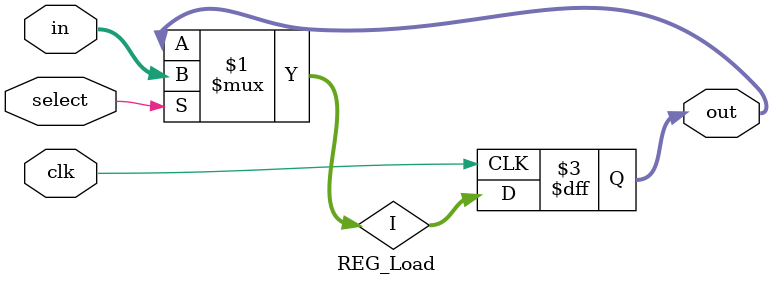
<source format=v>
module REG_Load(clk, in, select , out );
input [7:0]in;
input clk,select;
wire  [7:0]I;
output reg[7:0]out;

assign I = select? in : out ;
always @(posedge clk)
	begin
		out<=I;
	end
endmodule

</source>
